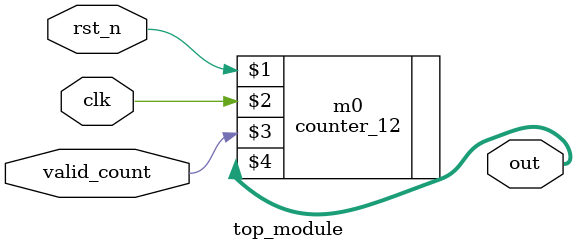
<source format=v>
module top_module
(
	input clk,
	input rst_n,
	input valid_count,
	output reg [3:0] out	//register
);
	 counter_12 m0 (rst_n,clk,valid_count,out); 
endmodule
</source>
